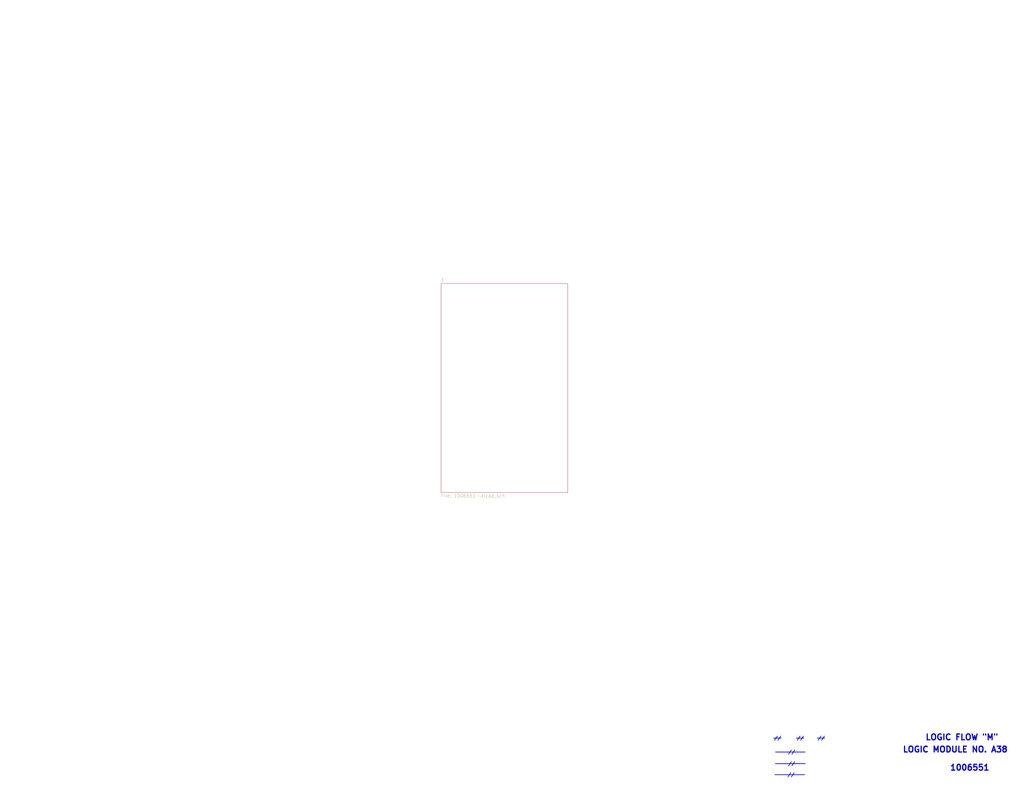
<source format=kicad_sch>
(kicad_sch (version 20211123) (generator eeschema)
  (paper "E")
  (lib_symbols)
  (text "//" (at 859.79 823.595 0) (effects (font (size 3.556 3.556) (thickness 0.7112) bold) (justify left bottom)))
  (text "LOGIC MODULE NO. A38" (at 984.885 822.325 0) (effects (font (size 6.35 6.35) (thickness 1.27) bold) (justify left bottom)))
  (text "//" (at 859.79 836.295 0) (effects (font (size 3.556 3.556) (thickness 0.7112) bold) (justify left bottom)))
  (text "____________" (at 845.82 821.69 0) (effects (font (size 3.556 3.556) (thickness 0.7112) bold) (justify left bottom)))
  (text "//" (at 844.55 808.355 0) (effects (font (size 3.556 3.556) (thickness 0.7112) bold) (justify left bottom)))
  (text "____________" (at 845.82 834.39 0) (effects (font (size 3.556 3.556) (thickness 0.7112) bold) (justify left bottom)))
  (text "___" (at 891.54 806.45 0) (effects (font (size 3.556 3.556) (thickness 0.7112) bold) (justify left bottom)))
  (text "LOGIC FLOW \"M\"" (at 1009.65 808.99 0) (effects (font (size 6.35 6.35) (thickness 1.27) bold) (justify left bottom)))
  (text "____________" (at 845.185 846.455 0) (effects (font (size 3.556 3.556) (thickness 0.7112) bold) (justify left bottom)))
  (text "___" (at 843.915 806.45 0) (effects (font (size 3.556 3.556) (thickness 0.7112) bold) (justify left bottom)))
  (text "//" (at 892.175 808.355 0) (effects (font (size 3.556 3.556) (thickness 0.7112) bold) (justify left bottom)))
  (text "1006551" (at 1036.447 842.137 0) (effects (font (size 6.35 6.35) (thickness 1.27) bold) (justify left bottom)))
  (text "//" (at 859.155 848.36 0) (effects (font (size 3.556 3.556) (thickness 0.7112) bold) (justify left bottom)))
  (text "//" (at 869.315 808.355 0) (effects (font (size 3.556 3.556) (thickness 0.7112) bold) (justify left bottom)))
  (text "___" (at 868.68 806.45 0) (effects (font (size 3.556 3.556) (thickness 0.7112) bold) (justify left bottom)))
  (sheet (at 481.33 309.88) (size 138.43 227.965)
    (property "Sheet name" "1" (at 481.33 308.0254 0) (effects (font (size 3.556 3.556)) (justify left bottom)))
    (property "Sheet file" "1006551-.kicad_sch" (at 481.33 539.344 0) (effects (font (size 3.556 3.556)) (justify left top)))
  )
)
</source>
